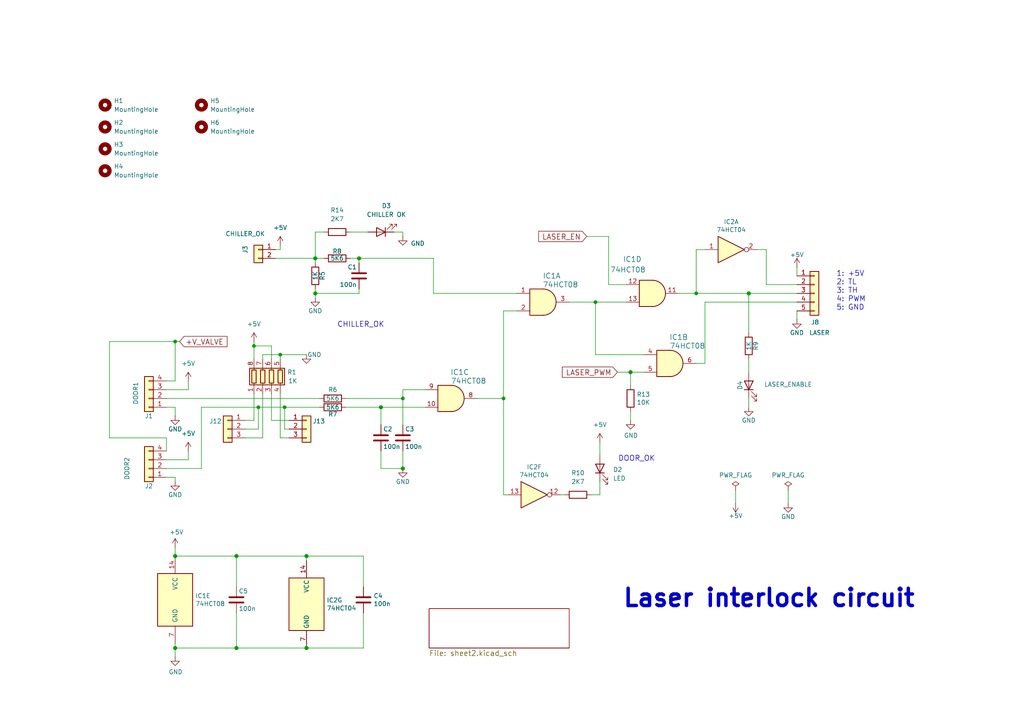
<source format=kicad_sch>
(kicad_sch (version 20250114) (generator "eeschema") (generator_version "9.0")
  (paper "A4")
  (lib_symbols
    (symbol "74xx:74HCT04"
      (property "Reference" "U" (at 0 1.27 0))
      (property "Value" "74HCT04" (at 0 -1.27 0))
      (symbol "74HCT04_1_0"
        (polyline (pts (xy -3.81 3.81) (xy -3.81 -3.81) (xy 3.81 0) (xy -3.81 3.81)) (stroke (width 0.254)) (fill (type background)))
        (pin input line (at -7.62 0 0) (length 3.81) (name "~") (number "1"))
        (pin output inverted (at 7.62 0 180) (length 3.81) (name "~") (number "2"))
      )
      (symbol "74HCT04_2_0"
        (polyline (pts (xy -3.81 3.81) (xy -3.81 -3.81) (xy 3.81 0) (xy -3.81 3.81)) (stroke (width 0.254)) (fill (type background)))
        (pin input line (at -7.62 0 0) (length 3.81) (name "~") (number "3"))
        (pin output inverted (at 7.62 0 180) (length 3.81) (name "~") (number "4"))
      )
      (symbol "74HCT04_3_0"
        (polyline (pts (xy -3.81 3.81) (xy -3.81 -3.81) (xy 3.81 0) (xy -3.81 3.81)) (stroke (width 0.254)) (fill (type background)))
        (pin input line (at -7.62 0 0) (length 3.81) (name "~") (number "5"))
        (pin output inverted (at 7.62 0 180) (length 3.81) (name "~") (number "6"))
      )
      (symbol "74HCT04_4_0"
        (polyline (pts (xy -3.81 3.81) (xy -3.81 -3.81) (xy 3.81 0) (xy -3.81 3.81)) (stroke (width 0.254)) (fill (type background)))
        (pin input line (at -7.62 0 0) (length 3.81) (name "~") (number "9"))
        (pin output inverted (at 7.62 0 180) (length 3.81) (name "~") (number "8"))
      )
      (symbol "74HCT04_5_0"
        (polyline (pts (xy -3.81 3.81) (xy -3.81 -3.81) (xy 3.81 0) (xy -3.81 3.81)) (stroke (width 0.254)) (fill (type background)))
        (pin input line (at -7.62 0 0) (length 3.81) (name "~") (number "11"))
        (pin output inverted (at 7.62 0 180) (length 3.81) (name "~") (number "10"))
      )
      (symbol "74HCT04_6_0"
        (polyline (pts (xy -3.81 3.81) (xy -3.81 -3.81) (xy 3.81 0) (xy -3.81 3.81)) (stroke (width 0.254)) (fill (type background)))
        (pin input line (at -7.62 0 0) (length 3.81) (name "~") (number "13"))
        (pin output inverted (at 7.62 0 180) (length 3.81) (name "~") (number "12"))
      )
      (symbol "74HCT04_7_0"
        (pin power_in line (at 0 12.7 270) (length 5.08) (name "VCC") (number "14"))
        (pin power_in line (at 0 -12.7 90) (length 5.08) (name "GND") (number "7"))
      )
      (symbol "74HCT04_7_1"
        (rectangle (start -5.08 7.62) (end 5.08 -7.62) (stroke (width 0.254)) (fill (type background)))
      )
    )
    (symbol "74xx:74LS08" (pin_names (offset 1.016))
      (property "Reference" "U" (at 0 1.27 0))
      (property "Value" "74LS08" (at 0 -1.27 0))
      (symbol "74LS08_1_1"
        (arc (start 0 3.81) (mid 3.7934 0) (end 0 -3.81) (stroke (width 0.254)) (fill (type background)))
        (polyline (pts (xy 0 3.81) (xy -3.81 3.81) (xy -3.81 -3.81) (xy 0 -3.81)) (stroke (width 0.254)) (fill (type background)))
        (pin input line (at -7.62 2.54 0) (length 3.81) (name "~") (number "1"))
        (pin input line (at -7.62 -2.54 0) (length 3.81) (name "~") (number "2"))
        (pin output line (at 7.62 0 180) (length 3.81) (name "~") (number "3"))
      )
      (symbol "74LS08_1_2"
        (arc (start -3.81 3.81) (mid -2.589 0) (end -3.81 -3.81) (stroke (width 0.254)))
        (polyline (pts (xy -3.81 3.81) (xy -0.635 3.81)) (stroke (width 0.254)) (fill (type background)))
        (polyline (pts (xy -3.81 -3.81) (xy -0.635 -3.81)) (stroke (width 0.254)) (fill (type background)))
        (arc (start 3.81 0) (mid 2.1855 -2.584) (end -0.6096 -3.81) (stroke (width 0.254)) (fill (type background)))
        (arc (start -0.6096 3.81) (mid 2.1928 2.5924) (end 3.81 0) (stroke (width 0.254)) (fill (type background)))
        (polyline (pts (xy -0.635 3.81) (xy -3.81 3.81) (xy -3.81 3.81) (xy -3.556 3.4036) (xy -3.0226 2.2606) (xy -2.6924 1.0414) (xy -2.6162 -0.254) (xy -2.7686 -1.4986) (xy -3.175 -2.7178) (xy -3.81 -3.81) (xy -3.81 -3.81) (xy -0.635 -3.81)) (stroke (width -25.4)) (fill (type background)))
        (pin input inverted (at -7.62 2.54 0) (length 4.318) (name "~") (number "1"))
        (pin input inverted (at -7.62 -2.54 0) (length 4.318) (name "~") (number "2"))
        (pin output inverted (at 7.62 0 180) (length 3.81) (name "~") (number "3"))
      )
      (symbol "74LS08_2_1"
        (arc (start 0 3.81) (mid 3.7934 0) (end 0 -3.81) (stroke (width 0.254)) (fill (type background)))
        (polyline (pts (xy 0 3.81) (xy -3.81 3.81) (xy -3.81 -3.81) (xy 0 -3.81)) (stroke (width 0.254)) (fill (type background)))
        (pin input line (at -7.62 2.54 0) (length 3.81) (name "~") (number "4"))
        (pin input line (at -7.62 -2.54 0) (length 3.81) (name "~") (number "5"))
        (pin output line (at 7.62 0 180) (length 3.81) (name "~") (number "6"))
      )
      (symbol "74LS08_2_2"
        (arc (start -3.81 3.81) (mid -2.589 0) (end -3.81 -3.81) (stroke (width 0.254)))
        (polyline (pts (xy -3.81 3.81) (xy -0.635 3.81)) (stroke (width 0.254)) (fill (type background)))
        (polyline (pts (xy -3.81 -3.81) (xy -0.635 -3.81)) (stroke (width 0.254)) (fill (type background)))
        (arc (start 3.81 0) (mid 2.1855 -2.584) (end -0.6096 -3.81) (stroke (width 0.254)) (fill (type background)))
        (arc (start -0.6096 3.81) (mid 2.1928 2.5924) (end 3.81 0) (stroke (width 0.254)) (fill (type background)))
        (polyline (pts (xy -0.635 3.81) (xy -3.81 3.81) (xy -3.81 3.81) (xy -3.556 3.4036) (xy -3.0226 2.2606) (xy -2.6924 1.0414) (xy -2.6162 -0.254) (xy -2.7686 -1.4986) (xy -3.175 -2.7178) (xy -3.81 -3.81) (xy -3.81 -3.81) (xy -0.635 -3.81)) (stroke (width -25.4)) (fill (type background)))
        (pin input inverted (at -7.62 2.54 0) (length 4.318) (name "~") (number "4"))
        (pin input inverted (at -7.62 -2.54 0) (length 4.318) (name "~") (number "5"))
        (pin output inverted (at 7.62 0 180) (length 3.81) (name "~") (number "6"))
      )
      (symbol "74LS08_3_1"
        (arc (start 0 3.81) (mid 3.7934 0) (end 0 -3.81) (stroke (width 0.254)) (fill (type background)))
        (polyline (pts (xy 0 3.81) (xy -3.81 3.81) (xy -3.81 -3.81) (xy 0 -3.81)) (stroke (width 0.254)) (fill (type background)))
        (pin input line (at -7.62 2.54 0) (length 3.81) (name "~") (number "9"))
        (pin input line (at -7.62 -2.54 0) (length 3.81) (name "~") (number "10"))
        (pin output line (at 7.62 0 180) (length 3.81) (name "~") (number "8"))
      )
      (symbol "74LS08_3_2"
        (arc (start -3.81 3.81) (mid -2.589 0) (end -3.81 -3.81) (stroke (width 0.254)))
        (polyline (pts (xy -3.81 3.81) (xy -0.635 3.81)) (stroke (width 0.254)) (fill (type background)))
        (polyline (pts (xy -3.81 -3.81) (xy -0.635 -3.81)) (stroke (width 0.254)) (fill (type background)))
        (arc (start 3.81 0) (mid 2.1855 -2.584) (end -0.6096 -3.81) (stroke (width 0.254)) (fill (type background)))
        (arc (start -0.6096 3.81) (mid 2.1928 2.5924) (end 3.81 0) (stroke (width 0.254)) (fill (type background)))
        (polyline (pts (xy -0.635 3.81) (xy -3.81 3.81) (xy -3.81 3.81) (xy -3.556 3.4036) (xy -3.0226 2.2606) (xy -2.6924 1.0414) (xy -2.6162 -0.254) (xy -2.7686 -1.4986) (xy -3.175 -2.7178) (xy -3.81 -3.81) (xy -3.81 -3.81) (xy -0.635 -3.81)) (stroke (width -25.4)) (fill (type background)))
        (pin input inverted (at -7.62 2.54 0) (length 4.318) (name "~") (number "9"))
        (pin input inverted (at -7.62 -2.54 0) (length 4.318) (name "~") (number "10"))
        (pin output inverted (at 7.62 0 180) (length 3.81) (name "~") (number "8"))
      )
      (symbol "74LS08_4_1"
        (arc (start 0 3.81) (mid 3.7934 0) (end 0 -3.81) (stroke (width 0.254)) (fill (type background)))
        (polyline (pts (xy 0 3.81) (xy -3.81 3.81) (xy -3.81 -3.81) (xy 0 -3.81)) (stroke (width 0.254)) (fill (type background)))
        (pin input line (at -7.62 2.54 0) (length 3.81) (name "~") (number "12"))
        (pin input line (at -7.62 -2.54 0) (length 3.81) (name "~") (number "13"))
        (pin output line (at 7.62 0 180) (length 3.81) (name "~") (number "11"))
      )
      (symbol "74LS08_4_2"
        (arc (start -3.81 3.81) (mid -2.589 0) (end -3.81 -3.81) (stroke (width 0.254)))
        (polyline (pts (xy -3.81 3.81) (xy -0.635 3.81)) (stroke (width 0.254)) (fill (type background)))
        (polyline (pts (xy -3.81 -3.81) (xy -0.635 -3.81)) (stroke (width 0.254)) (fill (type background)))
        (arc (start 3.81 0) (mid 2.1855 -2.584) (end -0.6096 -3.81) (stroke (width 0.254)) (fill (type background)))
        (arc (start -0.6096 3.81) (mid 2.1928 2.5924) (end 3.81 0) (stroke (width 0.254)) (fill (type background)))
        (polyline (pts (xy -0.635 3.81) (xy -3.81 3.81) (xy -3.81 3.81) (xy -3.556 3.4036) (xy -3.0226 2.2606) (xy -2.6924 1.0414) (xy -2.6162 -0.254) (xy -2.7686 -1.4986) (xy -3.175 -2.7178) (xy -3.81 -3.81) (xy -3.81 -3.81) (xy -0.635 -3.81)) (stroke (width -25.4)) (fill (type background)))
        (pin input inverted (at -7.62 2.54 0) (length 4.318) (name "~") (number "12"))
        (pin input inverted (at -7.62 -2.54 0) (length 4.318) (name "~") (number "13"))
        (pin output inverted (at 7.62 0 180) (length 3.81) (name "~") (number "11"))
      )
      (symbol "74LS08_5_0"
        (pin power_in line (at 0 12.7 270) (length 5.08) (name "VCC") (number "14"))
        (pin power_in line (at 0 -12.7 90) (length 5.08) (name "GND") (number "7"))
      )
      (symbol "74LS08_5_1"
        (rectangle (start -5.08 7.62) (end 5.08 -7.62) (stroke (width 0.254)) (fill (type background)))
      )
    )
    (symbol "Connector_Generic:Conn_01x02" (pin_names (offset 1.016) (hide yes))
      (property "Reference" "J" (at 0 2.54 0))
      (property "Value" "Conn_01x02" (at 0 -5.08 0))
      (symbol "Conn_01x02_1_1"
        (rectangle (start -1.27 1.27) (end 1.27 -3.81) (stroke (width 0.254)) (fill (type background)))
        (rectangle (start -1.27 0.127) (end 0 -0.127) (stroke (width 0.1524)))
        (rectangle (start -1.27 -2.413) (end 0 -2.667) (stroke (width 0.1524)))
        (pin passive line (at -5.08 0 0) (length 3.81) (name "Pin_1") (number "1"))
        (pin passive line (at -5.08 -2.54 0) (length 3.81) (name "Pin_2") (number "2"))
      )
    )
    (symbol "Connector_Generic:Conn_01x03" (pin_names (offset 1.016) (hide yes))
      (property "Reference" "J" (at 0 5.08 0))
      (property "Value" "Conn_01x03" (at 0 -5.08 0))
      (symbol "Conn_01x03_1_1"
        (rectangle (start -1.27 3.81) (end 1.27 -3.81) (stroke (width 0.254)) (fill (type background)))
        (rectangle (start -1.27 2.667) (end 0 2.413) (stroke (width 0.1524)))
        (rectangle (start -1.27 0.127) (end 0 -0.127) (stroke (width 0.1524)))
        (rectangle (start -1.27 -2.413) (end 0 -2.667) (stroke (width 0.1524)))
        (pin passive line (at -5.08 2.54 0) (length 3.81) (name "Pin_1") (number "1"))
        (pin passive line (at -5.08 0 0) (length 3.81) (name "Pin_2") (number "2"))
        (pin passive line (at -5.08 -2.54 0) (length 3.81) (name "Pin_3") (number "3"))
      )
    )
    (symbol "Connector_Generic:Conn_01x04" (pin_names (offset 1.016) (hide yes))
      (property "Reference" "J" (at 0 5.08 0))
      (property "Value" "Conn_01x04" (at 0 -7.62 0))
      (symbol "Conn_01x04_1_1"
        (rectangle (start -1.27 3.81) (end 1.27 -6.35) (stroke (width 0.254)) (fill (type background)))
        (rectangle (start -1.27 2.667) (end 0 2.413) (stroke (width 0.1524)))
        (rectangle (start -1.27 0.127) (end 0 -0.127) (stroke (width 0.1524)))
        (rectangle (start -1.27 -2.413) (end 0 -2.667) (stroke (width 0.1524)))
        (rectangle (start -1.27 -4.953) (end 0 -5.207) (stroke (width 0.1524)))
        (pin passive line (at -5.08 2.54 0) (length 3.81) (name "Pin_1") (number "1"))
        (pin passive line (at -5.08 0 0) (length 3.81) (name "Pin_2") (number "2"))
        (pin passive line (at -5.08 -2.54 0) (length 3.81) (name "Pin_3") (number "3"))
        (pin passive line (at -5.08 -5.08 0) (length 3.81) (name "Pin_4") (number "4"))
      )
    )
    (symbol "Connector_Generic:Conn_01x05" (pin_names (offset 1.016) (hide yes))
      (property "Reference" "J" (at 0 7.62 0))
      (property "Value" "Conn_01x05" (at 0 -7.62 0))
      (symbol "Conn_01x05_1_1"
        (rectangle (start -1.27 6.35) (end 1.27 -6.35) (stroke (width 0.254)) (fill (type background)))
        (rectangle (start -1.27 5.207) (end 0 4.953) (stroke (width 0.1524)))
        (rectangle (start -1.27 2.667) (end 0 2.413) (stroke (width 0.1524)))
        (rectangle (start -1.27 0.127) (end 0 -0.127) (stroke (width 0.1524)))
        (rectangle (start -1.27 -2.413) (end 0 -2.667) (stroke (width 0.1524)))
        (rectangle (start -1.27 -4.953) (end 0 -5.207) (stroke (width 0.1524)))
        (pin passive line (at -5.08 5.08 0) (length 3.81) (name "Pin_1") (number "1"))
        (pin passive line (at -5.08 2.54 0) (length 3.81) (name "Pin_2") (number "2"))
        (pin passive line (at -5.08 0 0) (length 3.81) (name "Pin_3") (number "3"))
        (pin passive line (at -5.08 -2.54 0) (length 3.81) (name "Pin_4") (number "4"))
        (pin passive line (at -5.08 -5.08 0) (length 3.81) (name "Pin_5") (number "5"))
      )
    )
    (symbol "Device:C" (pin_numbers (hide yes)) (pin_names (offset 0.254))
      (property "Reference" "C" (at 0.635 2.54 0))
      (property "Value" "C" (at 0.635 -2.54 0))
      (symbol "C_0_1"
        (polyline (pts (xy -2.032 0.762) (xy 2.032 0.762)) (stroke (width 0.508)))
        (polyline (pts (xy -2.032 -0.762) (xy 2.032 -0.762)) (stroke (width 0.508)))
      )
      (symbol "C_1_1"
        (pin passive line (at 0 3.81 270) (length 2.794) (name "~") (number "1"))
        (pin passive line (at 0 -3.81 90) (length 2.794) (name "~") (number "2"))
      )
    )
    (symbol "Device:LED" (pin_numbers (hide yes)) (pin_names (offset 1.016) (hide yes))
      (property "Reference" "D" (at 0 2.54 0))
      (property "Value" "LED" (at 0 -2.54 0))
      (symbol "LED_0_1"
        (polyline (pts (xy -3.048 -0.762) (xy -4.572 -2.286) (xy -3.81 -2.286) (xy -4.572 -2.286) (xy -4.572 -1.524)))
        (polyline (pts (xy -1.778 -0.762) (xy -3.302 -2.286) (xy -2.54 -2.286) (xy -3.302 -2.286) (xy -3.302 -1.524)))
        (polyline (pts (xy -1.27 0) (xy 1.27 0)))
        (polyline (pts (xy -1.27 -1.27) (xy -1.27 1.27)) (stroke (width 0.254)))
        (polyline (pts (xy 1.27 -1.27) (xy 1.27 1.27) (xy -1.27 0) (xy 1.27 -1.27)) (stroke (width 0.254)))
      )
      (symbol "LED_1_1"
        (pin passive line (at -3.81 0 0) (length 2.54) (name "K") (number "1"))
        (pin passive line (at 3.81 0 180) (length 2.54) (name "A") (number "2"))
      )
    )
    (symbol "Device:R" (pin_numbers (hide yes)) (pin_names (offset 0))
      (property "Reference" "R" (at 2.032 0 90))
      (property "Value" "R" (at 0 0 90))
      (symbol "R_0_1"
        (rectangle (start -1.016 -2.54) (end 1.016 2.54) (stroke (width 0.254)))
      )
      (symbol "R_1_1"
        (pin passive line (at 0 3.81 270) (length 1.27) (name "~") (number "1"))
        (pin passive line (at 0 -3.81 90) (length 1.27) (name "~") (number "2"))
      )
    )
    (symbol "Device:R_Pack04" (pin_names (offset 0) (hide yes))
      (property "Reference" "RN" (at -7.62 0 90))
      (property "Value" "R_Pack04" (at 5.08 0 90))
      (symbol "R_Pack04_0_1"
        (rectangle (start -6.35 -2.413) (end 3.81 2.413) (stroke (width 0.254)) (fill (type background)))
        (rectangle (start -5.715 1.905) (end -4.445 -1.905) (stroke (width 0.254)))
        (polyline (pts (xy -5.08 1.905) (xy -5.08 2.54)))
        (polyline (pts (xy -5.08 -2.54) (xy -5.08 -1.905)))
        (rectangle (start -3.175 1.905) (end -1.905 -1.905) (stroke (width 0.254)))
        (polyline (pts (xy -2.54 1.905) (xy -2.54 2.54)))
        (polyline (pts (xy -2.54 -2.54) (xy -2.54 -1.905)))
        (rectangle (start -0.635 1.905) (end 0.635 -1.905) (stroke (width 0.254)))
        (polyline (pts (xy 0 1.905) (xy 0 2.54)))
        (polyline (pts (xy 0 -2.54) (xy 0 -1.905)))
        (rectangle (start 1.905 1.905) (end 3.175 -1.905) (stroke (width 0.254)))
        (polyline (pts (xy 2.54 1.905) (xy 2.54 2.54)))
        (polyline (pts (xy 2.54 -2.54) (xy 2.54 -1.905)))
      )
      (symbol "R_Pack04_1_1"
        (pin passive line (at -5.08 5.08 270) (length 2.54) (name "R1.2") (number "8"))
        (pin passive line (at -5.08 -5.08 90) (length 2.54) (name "R1.1") (number "1"))
        (pin passive line (at -2.54 5.08 270) (length 2.54) (name "R2.2") (number "7"))
        (pin passive line (at -2.54 -5.08 90) (length 2.54) (name "R2.1") (number "2"))
        (pin passive line (at 0 5.08 270) (length 2.54) (name "R3.2") (number "6"))
        (pin passive line (at 0 -5.08 90) (length 2.54) (name "R3.1") (number "3"))
        (pin passive line (at 2.54 5.08 270) (length 2.54) (name "R4.2") (number "5"))
        (pin passive line (at 2.54 -5.08 90) (length 2.54) (name "R4.1") (number "4"))
      )
    )
    (symbol "Mechanical:MountingHole" (pin_names (offset 1.016)) (exclude_from_sim yes) (in_bom no)
      (property "Reference" "H" (at 0 5.08 0))
      (property "Value" "MountingHole" (at 0 3.175 0))
      (symbol "MountingHole_0_1"
        (circle (center 0 0) (radius 1.27) (stroke (width 1.27)))
      )
    )
    (symbol "power:+5V" (power) (pin_numbers (hide yes)) (pin_names (offset 0) (hide yes))
      (property "Value" "+5V" (at 0 3.556 0))
      (symbol "+5V_0_1"
        (polyline (pts (xy -0.762 1.27) (xy 0 2.54)))
        (polyline (pts (xy 0 2.54) (xy 0.762 1.27)))
        (polyline (pts (xy 0 0) (xy 0 2.54)))
      )
      (symbol "+5V_1_1"
        (pin power_in line (at 0 0 90) (length 0) (name "~") (number "1"))
      )
    )
    (symbol "power:GND" (power) (pin_numbers (hide yes)) (pin_names (offset 0) (hide yes))
      (property "Value" "GND" (at 0 -3.81 0))
      (symbol "GND_0_1"
        (polyline (pts (xy 0 0) (xy 0 -1.27) (xy 1.27 -1.27) (xy 0 -2.54) (xy -1.27 -1.27) (xy 0 -1.27)))
      )
      (symbol "GND_1_1"
        (pin power_in line (at 0 0 270) (length 0) (name "~") (number "1"))
      )
    )
    (symbol "power:PWR_FLAG" (power) (pin_numbers (hide yes)) (pin_names (offset 0) (hide yes))
      (property "Value" "PWR_FLAG" (at 0 3.81 0))
      (symbol "PWR_FLAG_0_0"
        (pin power_out line (at 0 0 90) (length 0) (name "~") (number "1"))
      )
      (symbol "PWR_FLAG_0_1"
        (polyline (pts (xy 0 0) (xy 0 1.27) (xy -1.016 1.905) (xy 0 2.54) (xy 1.016 1.905) (xy 0 1.27)))
      )
    )
  )
  (text "DOOR_OK" (at 184.658 133.096 0) (effects (font (size 1.524 1.524))))
  (text "Laser interlock circuit" (at 180.34 176.53 0) (effects (font (size 5.0038 5.0038) (thickness 1.0008) (bold yes)) (justify left bottom)))
  (text "1: +5V\n2: TL\n3: TH\n4: PWM\n5: GND" (at 242.57 90.17 0) (effects (font (size 1.524 1.524)) (justify left bottom)))
  (text "CHILLER_OK" (at 104.648 94.234 0) (effects (font (size 1.524 1.524))))
  (junction (at 91.44 85.09) (diameter 1.016))
  (junction (at 81.28 102.87))
  (junction (at 116.84 115.57))
  (junction (at 88.9 187.96) (diameter 1.016))
  (junction (at 91.44 74.93) (diameter 1.016))
  (junction (at 104.14 74.93) (diameter 1.016))
  (junction (at 217.17 85.09) (diameter 1.016))
  (junction (at 74.93 118.11))
  (junction (at 50.8 187.96) (diameter 1.016))
  (junction (at 182.88 107.95) (diameter 1.016))
  (junction (at 172.72 87.63))
  (junction (at 110.49 118.11) (diameter 1.016))
  (junction (at 68.58 161.29) (diameter 1.016))
  (junction (at 68.58 187.96) (diameter 1.016))
  (junction (at 82.55 118.11))
  (junction (at 116.84 135.89) (diameter 1.016))
  (junction (at 88.9 161.29) (diameter 1.016))
  (junction (at 50.8 99.06))
  (junction (at 146.05 115.57))
  (junction (at 201.93 85.09))
  (junction (at 50.8 161.29) (diameter 1.016))
  (junction (at 73.66 100.33))
  (wire (pts (xy 116.84 68.58) (xy 116.84 67.31)))
  (wire (pts (xy 58.42 135.89) (xy 58.42 118.11)))
  (wire (pts (xy 201.93 85.09) (xy 217.17 85.09)))
  (wire (pts (xy 146.05 90.17) (xy 146.05 115.57)))
  (wire (pts (xy 213.36 142.24) (xy 213.36 146.05)))
  (wire (pts (xy 204.47 87.63) (xy 231.14 87.63)))
  (wire (pts (xy 116.84 123.19) (xy 116.84 115.57)))
  (wire (pts (xy 68.58 187.96) (xy 68.58 177.8)))
  (wire (pts (xy 91.44 85.09) (xy 91.44 86.36)))
  (wire (pts (xy 179.07 107.95) (xy 182.88 107.95)))
  (wire (pts (xy 173.99 139.7) (xy 173.99 143.51)))
  (wire (pts (xy 110.49 130.81) (xy 110.49 135.89)))
  (wire (pts (xy 196.85 85.09) (xy 201.93 85.09)))
  (wire (pts (xy 73.66 99.06) (xy 73.66 100.33)))
  (wire (pts (xy 73.66 100.33) (xy 73.66 104.14)))
  (wire (pts (xy 110.49 118.11) (xy 123.19 118.11)))
  (wire (pts (xy 68.58 161.29) (xy 68.58 170.18)))
  (wire (pts (xy 91.44 67.31) (xy 91.44 74.93)))
  (wire (pts (xy 91.44 74.93) (xy 91.44 76.2)))
  (wire (pts (xy 147.32 143.51) (xy 146.05 143.51)))
  (wire (pts (xy 173.99 128.27) (xy 173.99 132.08)))
  (wire (pts (xy 76.2 102.87) (xy 81.28 102.87)))
  (wire (pts (xy 105.41 161.29) (xy 105.41 170.18)))
  (wire (pts (xy 83.82 124.46) (xy 82.55 124.46)))
  (wire (pts (xy 105.41 187.96) (xy 88.9 187.96)))
  (wire (pts (xy 74.93 124.46) (xy 74.93 118.11)))
  (wire (pts (xy 50.8 187.96) (xy 68.58 187.96)))
  (wire (pts (xy 76.2 104.14) (xy 76.2 102.87)))
  (wire (pts (xy 81.28 114.3) (xy 81.28 127)))
  (wire (pts (xy 204.47 87.63) (xy 204.47 105.41)))
  (wire (pts (xy 88.9 187.96) (xy 68.58 187.96)))
  (wire (pts (xy 101.6 74.93) (xy 104.14 74.93)))
  (wire (pts (xy 116.84 130.81) (xy 116.84 135.89)))
  (wire (pts (xy 204.47 72.39) (xy 201.93 72.39)))
  (wire (pts (xy 217.17 104.14) (xy 217.17 107.95)))
  (wire (pts (xy 76.2 127) (xy 71.12 127)))
  (wire (pts (xy 83.82 121.92) (xy 78.74 121.92)))
  (wire (pts (xy 52.07 99.06) (xy 50.8 99.06)))
  (wire (pts (xy 165.1 87.63) (xy 172.72 87.63)))
  (wire (pts (xy 31.75 99.06) (xy 50.8 99.06)))
  (wire (pts (xy 100.33 118.11) (xy 110.49 118.11)))
  (wire (pts (xy 104.14 74.93) (xy 104.14 76.2)))
  (wire (pts (xy 78.74 100.33) (xy 73.66 100.33)))
  (wire (pts (xy 201.93 72.39) (xy 201.93 85.09)))
  (wire (pts (xy 73.66 121.92) (xy 71.12 121.92)))
  (wire (pts (xy 81.28 102.87) (xy 81.28 104.14)))
  (wire (pts (xy 172.72 102.87) (xy 172.72 87.63)))
  (wire (pts (xy 48.26 118.11) (xy 50.8 118.11)))
  (wire (pts (xy 54.61 133.35) (xy 48.26 133.35)))
  (wire (pts (xy 54.61 113.03) (xy 54.61 110.49)))
  (wire (pts (xy 123.19 113.03) (xy 116.84 113.03)))
  (wire (pts (xy 50.8 99.06) (xy 50.8 110.49)))
  (wire (pts (xy 82.55 118.11) (xy 92.71 118.11)))
  (wire (pts (xy 146.05 115.57) (xy 146.05 143.51)))
  (wire (pts (xy 125.73 85.09) (xy 125.73 74.93)))
  (wire (pts (xy 104.14 85.09) (xy 104.14 83.82)))
  (wire (pts (xy 186.69 102.87) (xy 172.72 102.87)))
  (wire (pts (xy 74.93 118.11) (xy 82.55 118.11)))
  (wire (pts (xy 48.26 127) (xy 31.75 127)))
  (wire (pts (xy 231.14 77.47) (xy 231.14 80.01)))
  (wire (pts (xy 105.41 177.8) (xy 105.41 187.96)))
  (wire (pts (xy 91.44 85.09) (xy 104.14 85.09)))
  (wire (pts (xy 91.44 74.93) (xy 93.98 74.93)))
  (wire (pts (xy 81.28 71.12) (xy 81.28 72.39)))
  (wire (pts (xy 116.84 67.31) (xy 114.3 67.31)))
  (wire (pts (xy 162.56 143.51) (xy 163.83 143.51)))
  (wire (pts (xy 138.43 115.57) (xy 146.05 115.57)))
  (wire (pts (xy 68.58 161.29) (xy 88.9 161.29)))
  (wire (pts (xy 50.8 158.75) (xy 50.8 161.29)))
  (wire (pts (xy 80.01 74.93) (xy 91.44 74.93)))
  (wire (pts (xy 204.47 105.41) (xy 201.93 105.41)))
  (wire (pts (xy 101.6 67.31) (xy 106.68 67.31)))
  (wire (pts (xy 88.9 161.29) (xy 88.9 162.56)))
  (wire (pts (xy 219.71 72.39) (xy 222.25 72.39)))
  (wire (pts (xy 104.14 74.93) (xy 125.73 74.93)))
  (wire (pts (xy 149.86 90.17) (xy 146.05 90.17)))
  (wire (pts (xy 91.44 83.82) (xy 91.44 85.09)))
  (wire (pts (xy 110.49 123.19) (xy 110.49 118.11)))
  (wire (pts (xy 48.26 138.43) (xy 50.8 138.43)))
  (wire (pts (xy 50.8 118.11) (xy 50.8 120.65)))
  (wire (pts (xy 54.61 130.81) (xy 54.61 133.35)))
  (wire (pts (xy 78.74 121.92) (xy 78.74 114.3)))
  (wire (pts (xy 182.88 107.95) (xy 182.88 111.76)))
  (wire (pts (xy 88.9 161.29) (xy 105.41 161.29)))
  (wire (pts (xy 71.12 124.46) (xy 74.93 124.46)))
  (wire (pts (xy 93.98 67.31) (xy 91.44 67.31)))
  (wire (pts (xy 48.26 135.89) (xy 58.42 135.89)))
  (wire (pts (xy 182.88 107.95) (xy 186.69 107.95)))
  (wire (pts (xy 78.74 100.33) (xy 78.74 104.14)))
  (wire (pts (xy 50.8 186.69) (xy 50.8 187.96)))
  (wire (pts (xy 50.8 138.43) (xy 50.8 139.7)))
  (wire (pts (xy 173.99 143.51) (xy 171.45 143.51)))
  (wire (pts (xy 58.42 118.11) (xy 74.93 118.11)))
  (wire (pts (xy 48.26 113.03) (xy 54.61 113.03)))
  (wire (pts (xy 81.28 72.39) (xy 80.01 72.39)))
  (wire (pts (xy 82.55 124.46) (xy 82.55 118.11)))
  (wire (pts (xy 73.66 114.3) (xy 73.66 121.92)))
  (wire (pts (xy 182.88 121.92) (xy 182.88 119.38)))
  (wire (pts (xy 50.8 161.29) (xy 68.58 161.29)))
  (wire (pts (xy 149.86 85.09) (xy 125.73 85.09)))
  (wire (pts (xy 81.28 127) (xy 83.82 127)))
  (wire (pts (xy 116.84 113.03) (xy 116.84 115.57)))
  (wire (pts (xy 217.17 115.57) (xy 217.17 118.11)))
  (wire (pts (xy 217.17 85.09) (xy 231.14 85.09)))
  (wire (pts (xy 222.25 82.55) (xy 231.14 82.55)))
  (wire (pts (xy 50.8 110.49) (xy 48.26 110.49)))
  (wire (pts (xy 176.53 68.58) (xy 176.53 82.55)))
  (wire (pts (xy 48.26 130.81) (xy 48.26 127)))
  (wire (pts (xy 170.18 68.58) (xy 176.53 68.58)))
  (wire (pts (xy 76.2 114.3) (xy 76.2 127)))
  (wire (pts (xy 172.72 87.63) (xy 181.61 87.63)))
  (wire (pts (xy 48.26 115.57) (xy 92.71 115.57)))
  (wire (pts (xy 217.17 96.52) (xy 217.17 85.09)))
  (wire (pts (xy 81.28 102.87) (xy 88.9 102.87)))
  (wire (pts (xy 176.53 82.55) (xy 181.61 82.55)))
  (wire (pts (xy 31.75 127) (xy 31.75 99.06)))
  (wire (pts (xy 222.25 72.39) (xy 222.25 82.55)))
  (wire (pts (xy 231.14 90.17) (xy 231.14 92.71)))
  (wire (pts (xy 100.33 115.57) (xy 116.84 115.57)))
  (wire (pts (xy 116.84 135.89) (xy 110.49 135.89)))
  (wire (pts (xy 50.8 187.96) (xy 50.8 190.5)))
  (wire (pts (xy 228.6 146.05) (xy 228.6 142.24)))
  (global_label "+V_VALVE" (shape input) (at 52.07 99.06 0) (effects (font (size 1.524 1.524))) (property "Intersheetrefs" "${INTERSHEET_REFS}" (effects (hide yes))))
  (global_label "LASER_PWM" (shape input) (at 179.07 107.95 180) (effects (font (size 1.524 1.524))) (property "Intersheetrefs" "${INTERSHEET_REFS}" (effects (hide yes))))
  (global_label "LASER_EN" (shape input) (at 170.18 68.58 180) (effects (font (size 1.524 1.524))) (property "Intersheetrefs" "${INTERSHEET_REFS}" (effects (hide yes))))
  (symbol (lib_id "Connector_Generic:Conn_01x02") (at 74.93 72.39 0) (mirror y) (unit 1)
    (property "Reference" "J3" (at 71.12 72.39 90))
    (property "Value" "CHILLER_OK" (at 71.12 67.818 0))
    (property "Footprint" "Connector_JST:JST_XH_B2B-XH-A_1x02_P2.50mm_Vertical" (effects (hide yes)))
  )
  (symbol (lib_id "Device:R") (at 91.44 80.01 0) (mirror x) (unit 1)
    (property "Reference" "R5" (at 93.472 80.01 90))
    (property "Value" "1K" (at 91.44 80.01 90))
    (property "Footprint" "PCM_Resistor_SMD_AKL:R_0603_1608Metric" (effects (hide yes)))
  )
  (symbol (lib_id "power:GND") (at 91.44 86.36 0) (mirror y) (unit 1)
    (property "Reference" "#PWR02" (effects (hide yes)))
    (property "Value" "GND" (at 91.44 90.17 0))
    (property "Description" "Power symbol creates a global label with name \"GND\" , ground" (effects (hide yes)))
  )
  (symbol (lib_id "power:GND") (at 116.84 135.89 0) (unit 1)
    (property "Reference" "#PWR03" (effects (hide yes)))
    (property "Value" "GND" (at 116.84 139.7 0))
    (property "Description" "Power symbol creates a global label with name \"GND\" , ground" (effects (hide yes)))
  )
  (symbol (lib_id "Device:R") (at 217.17 100.33 0) (unit 1)
    (property "Reference" "R9" (at 219.202 100.33 90))
    (property "Value" "1K" (at 217.17 100.33 90))
    (property "Footprint" "PCM_Resistor_SMD_AKL:R_0603_1608Metric" (effects (hide yes)))
  )
  (symbol (lib_id "Device:LED") (at 217.17 111.76 90) (unit 1)
    (property "Reference" "D4" (at 214.63 111.76 0))
    (property "Value" "LASER_ENABLE" (at 228.6 111.506 90))
    (property "Footprint" "PCM_LED_THT_AKL:LED_D5.0mm_Horizontal_O1.27mm_Z3.0mm" (effects (hide yes)))
    (property "Datasheet" "~" (at 217.17 111.76 0))
    (property "Description" "Light emitting diode" (effects (hide yes)))
    (property "Sim.Pins" "1=K 2=A" (effects (hide yes)))
  )
  (symbol (lib_id "power:GND") (at 217.17 118.11 0) (unit 1)
    (property "Reference" "#PWR04" (effects (hide yes)))
    (property "Value" "GND" (at 217.17 121.92 0))
    (property "Description" "Power symbol creates a global label with name \"GND\" , ground" (effects (hide yes)))
  )
  (symbol (lib_id "power:GND") (at 231.14 92.71 0) (unit 1)
    (property "Reference" "#PWR05" (effects (hide yes)))
    (property "Value" "GND" (at 231.14 96.52 0))
    (property "Description" "Power symbol creates a global label with name \"GND\" , ground" (effects (hide yes)))
  )
  (symbol (lib_id "74xx:74LS08") (at 189.23 85.09 0) (unit 4)
    (property "Reference" "IC1" (at 183.388 75.184 0) (effects (font (size 1.524 1.524))))
    (property "Value" "74HCT08" (at 182.118 78.232 0) (effects (font (size 1.524 1.524))))
    (property "Footprint" "Package_SO:SOIC-14_3.9x8.7mm_P1.27mm" (effects (hide yes)))
    (property "Datasheet" "http://www.ti.com/lit/gpn/sn74LS08" (effects (hide yes)))
    (property "Description" "Quad And2" (effects (hide yes)))
  )
  (symbol (lib_id "74xx:74LS08") (at 194.31 105.41 0) (unit 2)
    (property "Reference" "IC1" (at 196.85 97.79 0) (effects (font (size 1.524 1.524))))
    (property "Value" "74HCT08" (at 199.39 100.33 0) (effects (font (size 1.524 1.524))))
    (property "Footprint" "Package_SO:SOIC-14_3.9x8.7mm_P1.27mm" (effects (hide yes)))
    (property "Datasheet" "http://www.ti.com/lit/gpn/sn74LS08" (effects (hide yes)))
    (property "Description" "Quad And2" (effects (hide yes)))
  )
  (symbol (lib_id "Device:R") (at 96.52 115.57 270) (unit 1)
    (property "Reference" "R6" (at 96.52 113.03 90))
    (property "Value" "5K6" (at 96.52 115.57 90))
    (property "Footprint" "PCM_Resistor_SMD_AKL:R_0603_1608Metric" (effects (hide yes)))
  )
  (symbol (lib_id "Device:R") (at 96.52 118.11 270) (unit 1)
    (property "Reference" "R7" (at 96.52 120.142 90))
    (property "Value" "5K6" (at 96.52 118.11 90))
    (property "Footprint" "PCM_Resistor_SMD_AKL:R_0603_1608Metric" (effects (hide yes)))
  )
  (symbol (lib_id "Device:C") (at 116.84 127 0) (unit 1)
    (property "Reference" "C3" (at 117.475 124.46 0) (effects (justify left)))
    (property "Value" "100n" (at 117.475 129.54 0) (effects (justify left)))
    (property "Footprint" "PCM_Capacitor_SMD_AKL:C_0603_1608Metric" (effects (hide yes)))
  )
  (symbol (lib_id "Device:C") (at 110.49 127 0) (unit 1)
    (property "Reference" "C2" (at 111.125 124.46 0) (effects (justify left)))
    (property "Value" "100n" (at 111.125 129.54 0) (effects (justify left)))
    (property "Footprint" "PCM_Capacitor_SMD_AKL:C_0603_1608Metric" (effects (hide yes)))
  )
  (symbol (lib_id "power:GND") (at 50.8 120.65 0) (unit 1)
    (property "Reference" "#PWR010" (effects (hide yes)))
    (property "Value" "GND" (at 50.8 124.46 0))
    (property "Description" "Power symbol creates a global label with name \"GND\" , ground" (effects (hide yes)))
  )
  (symbol (lib_id "power:GND") (at 50.8 139.7 0) (unit 1)
    (property "Reference" "#PWR011" (effects (hide yes)))
    (property "Value" "GND" (at 50.8 143.51 0))
    (property "Description" "Power symbol creates a global label with name \"GND\" , ground" (effects (hide yes)))
  )
  (symbol (lib_id "Device:C") (at 68.58 173.99 0) (unit 1)
    (property "Reference" "C5" (at 69.215 171.45 0) (effects (justify left)))
    (property "Value" "100n" (at 69.215 176.53 0) (effects (justify left)))
    (property "Footprint" "PCM_Capacitor_SMD_AKL:C_0603_1608Metric" (effects (hide yes)))
  )
  (symbol (lib_id "power:+5V") (at 231.14 77.47 0) (unit 1)
    (property "Reference" "#PWR013" (effects (hide yes)))
    (property "Value" "+5V" (at 231.14 73.914 0))
    (property "Description" "Power symbol creates a global label with name \"+5V\"" (effects (hide yes)))
  )
  (symbol (lib_id "Device:C") (at 104.14 80.01 0) (mirror y) (unit 1)
    (property "Reference" "C1" (at 103.505 77.47 0) (effects (justify left)))
    (property "Value" "100n" (at 103.505 82.55 0) (effects (justify left)))
    (property "Footprint" "PCM_Capacitor_SMD_AKL:C_0603_1608Metric" (effects (hide yes)))
  )
  (symbol (lib_id "Device:R") (at 97.79 74.93 270) (mirror x) (unit 1)
    (property "Reference" "R8" (at 97.79 72.898 90))
    (property "Value" "5K6" (at 97.79 74.93 90))
    (property "Footprint" "PCM_Resistor_SMD_AKL:R_0603_1608Metric" (effects (hide yes)))
  )
  (symbol (lib_id "74xx:74LS08") (at 130.81 115.57 0) (unit 3)
    (property "Reference" "IC1" (at 133.35 107.95 0) (effects (font (size 1.524 1.524))))
    (property "Value" "74HCT08" (at 135.89 110.49 0) (effects (font (size 1.524 1.524))))
    (property "Footprint" "Package_SO:SOIC-14_3.9x8.7mm_P1.27mm" (effects (hide yes)))
    (property "Datasheet" "http://www.ti.com/lit/gpn/sn74LS08" (effects (hide yes)))
    (property "Description" "Quad And2" (effects (hide yes)))
  )
  (symbol (lib_id "Connector_Generic:Conn_01x04") (at 43.18 115.57 180) (unit 1)
    (property "Reference" "J1" (at 43.18 120.65 0))
    (property "Value" "DOOR1" (at 39.37 114.046 90))
    (property "Footprint" "Connector_JST:JST_XH_B4B-XH-A_1x04_P2.50mm_Vertical" (effects (hide yes)))
    (property "Description" "Generic connector, single row, 01x04, script generated (kicad-library-utils/schlib/autogen/connector/)" (effects (hide yes)))
  )
  (symbol (lib_id "Connector_Generic:Conn_01x04") (at 43.18 135.89 180) (unit 1)
    (property "Reference" "J2" (at 43.18 140.97 0))
    (property "Value" "DOOR2" (at 36.83 135.89 90))
    (property "Footprint" "Connector_JST:JST_XH_B4B-XH-A_1x04_P2.50mm_Vertical" (effects (hide yes)))
    (property "Description" "Generic connector, single row, 01x04, script generated (kicad-library-utils/schlib/autogen/connector/)" (effects (hide yes)))
  )
  (symbol (lib_id "power:+5V") (at 213.36 146.05 180) (unit 1)
    (property "Reference" "#PWR024" (effects (hide yes)))
    (property "Value" "+5V" (at 213.36 149.606 0))
    (property "Description" "Power symbol creates a global label with name \"+5V\"" (effects (hide yes)))
  )
  (symbol (lib_id "power:GND") (at 228.6 146.05 0) (unit 1)
    (property "Reference" "#PWR026" (effects (hide yes)))
    (property "Value" "GND" (at 228.6 149.86 0))
    (property "Description" "Power symbol creates a global label with name \"GND\" , ground" (effects (hide yes)))
  )
  (symbol (lib_id "Device:R") (at 182.88 115.57 0) (unit 1)
    (property "Reference" "R13" (at 184.658 114.4016 0) (effects (justify left)))
    (property "Value" "10K" (at 184.658 116.713 0) (effects (justify left)))
    (property "Footprint" "PCM_Resistor_SMD_AKL:R_0603_1608Metric" (effects (hide yes)))
  )
  (symbol (lib_id "power:GND") (at 182.88 121.92 0) (unit 1)
    (property "Reference" "#PWR023" (effects (hide yes)))
    (property "Value" "GND" (at 183.007 126.3142 0))
    (property "Description" "Power symbol creates a global label with name \"GND\" , ground" (effects (hide yes)))
  )
  (symbol (lib_id "74xx:74LS08") (at 50.8 173.99 0) (unit 5)
    (property "Reference" "IC1" (at 56.642 172.8216 0) (effects (justify left)))
    (property "Value" "74HCT08" (at 56.642 175.133 0) (effects (justify left)))
    (property "Footprint" "Package_SO:SOIC-14_3.9x8.7mm_P1.27mm" (effects (hide yes)))
    (property "Datasheet" "http://www.ti.com/lit/gpn/sn74LS08" (effects (hide yes)))
    (property "Description" "Quad And2" (effects (hide yes)))
  )
  (symbol (lib_id "power:+5V") (at 50.8 158.75 0) (unit 1)
    (property "Reference" "#PWR0107" (effects (hide yes)))
    (property "Value" "+5V" (at 51.181 154.3558 0))
    (property "Description" "Power symbol creates a global label with name \"+5V\"" (effects (hide yes)))
  )
  (symbol (lib_id "power:GND") (at 50.8 190.5 0) (unit 1)
    (property "Reference" "#PWR0108" (effects (hide yes)))
    (property "Value" "GND" (at 50.927 194.8942 0))
    (property "Description" "Power symbol creates a global label with name \"GND\" , ground" (effects (hide yes)))
  )
  (symbol (lib_id "power:PWR_FLAG") (at 213.36 142.24 0) (unit 1)
    (property "Reference" "#FLG0101" (effects (hide yes)))
    (property "Value" "PWR_FLAG" (at 213.36 137.8204 0))
    (property "Description" "Special symbol for telling ERC where power comes from" (effects (hide yes)))
  )
  (symbol (lib_id "power:PWR_FLAG") (at 228.6 142.24 0) (unit 1)
    (property "Reference" "#FLG0102" (effects (hide yes)))
    (property "Value" "PWR_FLAG" (at 228.6 137.8204 0))
    (property "Description" "Special symbol for telling ERC where power comes from" (effects (hide yes)))
  )
  (symbol (lib_id "Connector_Generic:Conn_01x05") (at 236.22 85.09 0) (unit 1)
    (property "Reference" "J8" (at 235.204 93.472 0) (effects (justify left)))
    (property "Value" "LASER" (at 234.696 96.52 0) (effects (justify left)))
    (property "Footprint" "Connector_JST:JST_XH_B5B-XH-A_1x05_P2.50mm_Vertical" (effects (hide yes)))
  )
  (symbol (lib_id "74xx:74HCT04") (at 212.09 72.39 0) (unit 1)
    (property "Reference" "IC2" (at 212.09 64.3382 0))
    (property "Value" "74HCT04" (at 212.09 66.6496 0))
    (property "Footprint" "Package_SO:SOIC-14_3.9x8.7mm_P1.27mm" (effects (hide yes)))
    (property "Datasheet" "https://assets.nexperia.com/documents/data-sheet/74HC_HCT04.pdf" (effects (hide yes)))
    (property "Description" "Hex Inverter" (effects (hide yes)))
  )
  (symbol (lib_id "74xx:74HCT04") (at 88.9 175.26 0) (unit 7)
    (property "Reference" "IC2" (at 94.742 174.0916 0) (effects (justify left)))
    (property "Value" "74HCT04" (at 94.742 176.403 0) (effects (justify left)))
    (property "Footprint" "Package_SO:SOIC-14_3.9x8.7mm_P1.27mm" (effects (hide yes)))
    (property "Datasheet" "https://assets.nexperia.com/documents/data-sheet/74HC_HCT04.pdf" (effects (hide yes)))
    (property "Description" "Hex Inverter" (effects (hide yes)))
  )
  (symbol (lib_id "Device:C") (at 105.41 173.99 0) (unit 1)
    (property "Reference" "C4" (at 108.331 172.8216 0) (effects (justify left)))
    (property "Value" "100n" (at 108.331 175.133 0) (effects (justify left)))
    (property "Footprint" "PCM_Capacitor_SMD_AKL:C_0603_1608Metric" (effects (hide yes)))
  )
  (symbol (lib_id "74xx:74HCT04") (at 154.94 143.51 0) (unit 6)
    (property "Reference" "IC2" (at 154.94 135.4582 0))
    (property "Value" "74HCT04" (at 154.94 137.7696 0))
    (property "Footprint" "Package_SO:SOIC-14_3.9x8.7mm_P1.27mm" (effects (hide yes)))
    (property "Datasheet" "https://assets.nexperia.com/documents/data-sheet/74HC_HCT04.pdf" (effects (hide yes)))
    (property "Description" "Hex Inverter" (effects (hide yes)))
  )
  (symbol (lib_id "Mechanical:MountingHole") (at 58.42 36.83 0) (unit 1) (exclude_from_sim yes) (in_bom no)
    (property "Reference" "H6" (at 60.96 35.5599 0) (effects (justify left)))
    (property "Value" "MountingHole" (at 60.96 38.0999 0) (effects (justify left)))
    (property "Footprint" "MountingHole:MountingHole_3.2mm_M3" (effects (hide yes)))
    (property "Description" "Mounting Hole without connection" (effects (hide yes)))
  )
  (symbol (lib_id "Connector_Generic:Conn_01x03") (at 66.04 124.46 0) (mirror y) (unit 1)
    (property "Reference" "J12" (at 62.484 122.174 0))
    (property "Value" "DOORJMP1" (effects (hide yes)))
    (property "Footprint" "Connector_PinHeader_2.54mm:PinHeader_1x03_P2.54mm_Vertical" (effects (hide yes)))
    (property "Description" "Generic connector, single row, 01x03, script generated (kicad-library-utils/schlib/autogen/connector/)" (effects (hide yes)))
  )
  (symbol (lib_id "power:GND") (at 116.84 68.58 0) (unit 1)
    (property "Reference" "#PWR07" (effects (hide yes)))
    (property "Value" "GND" (at 121.158 70.612 0))
    (property "Description" "Power symbol creates a global label with name \"GND\" , ground" (effects (hide yes)))
  )
  (symbol (lib_id "power:+5V") (at 54.61 110.49 0) (unit 1)
    (property "Reference" "#PWR012" (effects (hide yes)))
    (property "Value" "+5V" (at 54.61 105.41 0))
    (property "Description" "Power symbol creates a global label with name \"+5V\"" (effects (hide yes)))
  )
  (symbol (lib_id "74xx:74LS08") (at 157.48 87.63 0) (unit 1)
    (property "Reference" "IC1" (at 160.02 80.01 0) (effects (font (size 1.524 1.524))))
    (property "Value" "74HCT08" (at 162.56 82.55 0) (effects (font (size 1.524 1.524))))
    (property "Footprint" "Package_SO:SOIC-14_3.9x8.7mm_P1.27mm" (effects (hide yes)))
    (property "Datasheet" "http://www.ti.com/lit/gpn/sn74LS08" (effects (hide yes)))
    (property "Description" "Quad And2" (effects (hide yes)))
  )
  (symbol (lib_id "Mechanical:MountingHole") (at 30.48 36.83 0) (unit 1) (exclude_from_sim yes) (in_bom no)
    (property "Reference" "H2" (at 33.02 35.5599 0) (effects (justify left)))
    (property "Value" "MountingHole" (at 33.02 38.0999 0) (effects (justify left)))
    (property "Footprint" "MountingHole:MountingHole_3.2mm_M3" (effects (hide yes)))
    (property "Description" "Mounting Hole without connection" (effects (hide yes)))
  )
  (symbol (lib_id "Mechanical:MountingHole") (at 30.48 43.18 0) (unit 1) (exclude_from_sim yes) (in_bom no)
    (property "Reference" "H3" (at 33.02 41.9099 0) (effects (justify left)))
    (property "Value" "MountingHole" (at 33.02 44.4499 0) (effects (justify left)))
    (property "Footprint" "MountingHole:MountingHole_3.2mm_M3" (effects (hide yes)))
    (property "Description" "Mounting Hole without connection" (effects (hide yes)))
  )
  (symbol (lib_id "Connector_Generic:Conn_01x03") (at 88.9 124.46 0) (unit 1)
    (property "Reference" "J13" (at 90.678 122.174 0) (effects (justify left)))
    (property "Value" "DOORJMP2" (effects (hide yes)))
    (property "Footprint" "Connector_PinHeader_2.54mm:PinHeader_1x03_P2.54mm_Vertical" (effects (hide yes)))
    (property "Description" "Generic connector, single row, 01x03, script generated (kicad-library-utils/schlib/autogen/connector/)" (effects (hide yes)))
  )
  (symbol (lib_id "Device:R") (at 97.79 67.31 270) (unit 1)
    (property "Reference" "R14" (at 97.79 60.96 90))
    (property "Value" "2K7" (at 97.79 63.5 90))
    (property "Footprint" "PCM_Resistor_SMD_AKL:R_0603_1608Metric" (effects (hide yes)))
    (property "Description" "Resistor" (effects (hide yes)))
  )
  (symbol (lib_id "power:GND") (at 88.9 102.87 0) (unit 1)
    (property "Reference" "#PWR014" (effects (hide yes)))
    (property "Value" "GND" (at 91.186 102.87 0))
    (property "Description" "Power symbol creates a global label with name \"GND\" , ground" (effects (hide yes)))
  )
  (symbol (lib_id "power:+5V") (at 54.61 130.81 0) (unit 1)
    (property "Reference" "#PWR015" (effects (hide yes)))
    (property "Value" "+5V" (at 54.61 125.73 0))
    (property "Description" "Power symbol creates a global label with name \"+5V\"" (effects (hide yes)))
  )
  (symbol (lib_id "Mechanical:MountingHole") (at 30.48 30.48 0) (unit 1) (exclude_from_sim yes) (in_bom no)
    (property "Reference" "H1" (at 33.02 29.2099 0) (effects (justify left)))
    (property "Value" "MountingHole" (at 33.02 31.7499 0) (effects (justify left)))
    (property "Footprint" "MountingHole:MountingHole_3.2mm_M3" (effects (hide yes)))
    (property "Description" "Mounting Hole without connection" (effects (hide yes)))
  )
  (symbol (lib_id "Device:LED") (at 110.49 67.31 180) (unit 1)
    (property "Reference" "D3" (at 112.0775 59.69 0))
    (property "Value" "CHILLER OK" (at 112.0775 62.23 0))
    (property "Footprint" "PCM_LED_THT_AKL:LED_D5.0mm_Horizontal_O1.27mm_Z3.0mm" (effects (hide yes)))
    (property "Description" "Light emitting diode" (effects (hide yes)))
    (property "Sim.Pins" "1=K 2=A" (effects (hide yes)))
  )
  (symbol (lib_id "power:+5V") (at 173.99 128.27 0) (unit 1)
    (property "Reference" "#PWR06" (effects (hide yes)))
    (property "Value" "+5V" (at 173.99 123.19 0))
    (property "Description" "Power symbol creates a global label with name \"+5V\"" (effects (hide yes)))
  )
  (symbol (lib_id "power:+5V") (at 73.66 99.06 0) (unit 1)
    (property "Reference" "#PWR09" (effects (hide yes)))
    (property "Value" "+5V" (at 73.66 93.98 0))
    (property "Description" "Power symbol creates a global label with name \"+5V\"" (effects (hide yes)))
  )
  (symbol (lib_id "Mechanical:MountingHole") (at 30.48 49.53 0) (unit 1) (exclude_from_sim yes) (in_bom no)
    (property "Reference" "H4" (at 33.02 48.2599 0) (effects (justify left)))
    (property "Value" "MountingHole" (at 33.02 50.7999 0) (effects (justify left)))
    (property "Footprint" "MountingHole:MountingHole_3.2mm_M3" (effects (hide yes)))
    (property "Description" "Mounting Hole without connection" (effects (hide yes)))
  )
  (symbol (lib_id "Device:R") (at 167.64 143.51 90) (unit 1)
    (property "Reference" "R10" (at 167.64 137.16 90))
    (property "Value" "2K7" (at 167.64 139.7 90))
    (property "Footprint" "PCM_Resistor_SMD_AKL:R_0603_1608Metric" (effects (hide yes)))
    (property "Description" "Resistor" (effects (hide yes)))
  )
  (symbol (lib_id "Device:R_Pack04") (at 78.74 109.22 0) (unit 1)
    (property "Reference" "R1" (at 83.312 107.95 0) (effects (justify left)))
    (property "Value" "1K" (at 83.566 110.49 0) (effects (justify left)))
    (property "Footprint" "PCM_Resistor_SMD_AKL:R_Array_Convex_4x0603" (effects (hide yes)))
    (property "Description" "4 resistor network, parallel topology" (effects (hide yes)))
  )
  (symbol (lib_id "Device:LED") (at 173.99 135.89 90) (unit 1)
    (property "Reference" "D2" (at 177.8 136.2074 90) (effects (justify right)))
    (property "Value" "LED" (at 177.8 138.7474 90) (effects (justify right)))
    (property "Footprint" "PCM_LED_THT_AKL:LED_D5.0mm_Horizontal_O1.27mm_Z3.0mm" (effects (hide yes)))
    (property "Description" "Light emitting diode" (effects (hide yes)))
    (property "Sim.Pins" "1=K 2=A" (effects (hide yes)))
  )
  (symbol (lib_id "power:+5V") (at 81.28 71.12 0) (unit 1)
    (property "Reference" "#PWR016" (effects (hide yes)))
    (property "Value" "+5V" (at 81.28 66.04 0))
    (property "Description" "Power symbol creates a global label with name \"+5V\"" (effects (hide yes)))
  )
  (symbol (lib_id "Mechanical:MountingHole") (at 58.42 30.48 0) (unit 1) (exclude_from_sim yes) (in_bom no)
    (property "Reference" "H5" (at 60.96 29.2099 0) (effects (justify left)))
    (property "Value" "MountingHole" (at 60.96 31.7499 0) (effects (justify left)))
    (property "Footprint" "MountingHole:MountingHole_3.2mm_M3" (effects (hide yes)))
    (property "Description" "Mounting Hole without connection" (effects (hide yes)))
  )
  (sheet (at 124.46 176.53) (size 40.64 11.43)
    (property "Sheetname" "Sheet2" (effects (hide yes)))
    (property "Sheetfile" "sheet2.kicad_sch" (at 124.46 188.5701 0) (effects (font (size 1.524 1.524)) (justify left top)))
  )
)
</source>
